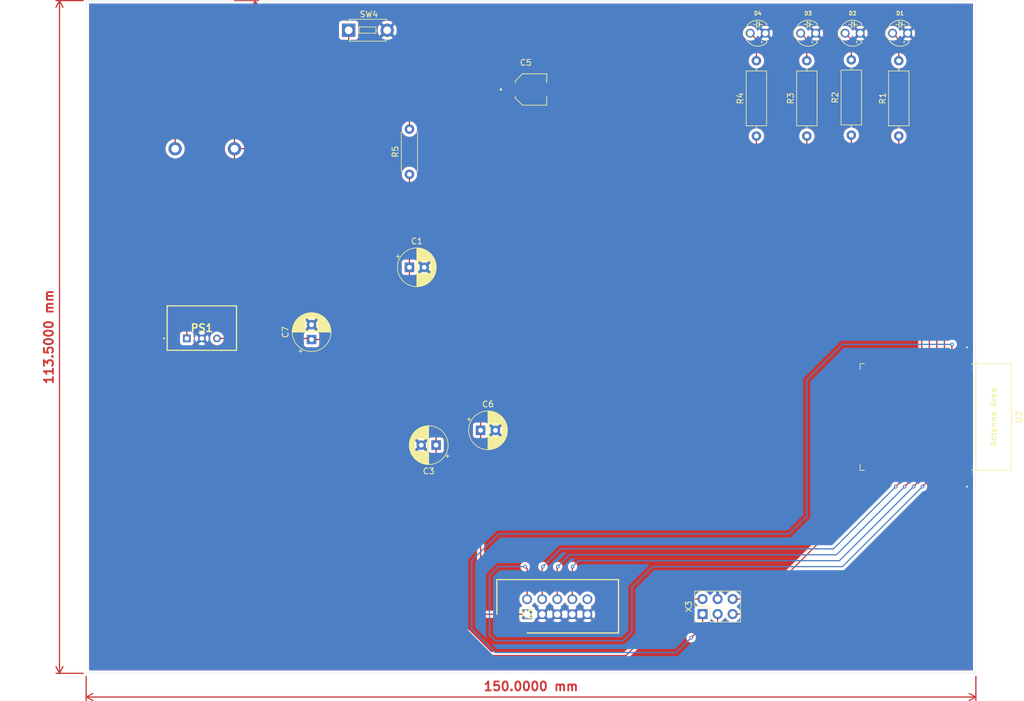
<source format=kicad_pcb>
(kicad_pcb (version 20240108) (generator "pcbnew") (generator_version "8.0")
  (layers (0 "F.Cu" signal) (31 "B.Cu" signal) (34 "B.Paste" user) (35 "F.Paste" user) (36 "B.SilkS" user "B.Silkscreen") (37 "F.SilkS" user "F.Silkscreen") (38 "B.Mask" user) (39 "F.Mask" user) (44 "Edge.Cuts" user))
  (net 0 "")
  (net 1 "GND")
  (net 2 "+3.3V")
  (net 3 "+12V")
  (net 4 "MTDI")
  (net 5 "MTCK")
  (net 6 "MTDO")
  (net 7 "NC")
  (net 8 "Net-(U2-GPIO4{slash}TOUCH4{slash}ADC1_CH3)")
  (net 9 "Net-(D5-A)")
  (net 10 "Net-(D6-A)")
  (net 11 "Net-(U2-GPIO5{slash}TOUCH5{slash}ADC1_CH4)")
  (net 12 "Net-(U2-GPIO6{slash}TOUCH6{slash}ADC1_CH5)")
  (net 13 "Net-(D7-A)")
  (net 14 "Net-(U2-GPIO7{slash}TOUCH7{slash}ADC1_CH6)")
  (net 15 "Net-(D8-A)")
  (net 16 "Net-(U2-GPIO0{slash}BOOT)")
  (net 22 "Net-(U2-U0TXD{slash}GPIO43{slash}CLK_OUT1)")
  (net 24 "Net-(U2-MTMS{slash}GPIO42)")
  (net 28 "Net-(U2-U0RXD{slash}GPIO44{slash}CLK_OUT2)")
  (net 45 "/EN")
  (footprint "CUSTOM_Footprint:WUE_CONNECTOR_SHDR10W64P254_2X5_2036X885X925P" (layer "F.Cu") (at 124.34 134.04)
    (property "Reference" "X2" (at 0 0 0) (layer "F.SilkS") (effects (font (size 1.27 1.27) (thickness 0.254))))
    (property "Value" "JTAG" (hide yes))
    (pad "1" thru_hole rect (at 0 0) (size 1.65 1.65) (drill 1.1) (layers "*.Cu" "*.Mask") (net 2 "+3.3V"))
    (pad "2" thru_hole circle (at 0 -2.54) (size 1.65 1.65) (drill 1.1) (layers "*.Cu" "*.Mask") (net 24 "Net-(U2-MTMS{slash}GPIO42)"))
    (pad "3" thru_hole circle (at 2.54 0) (size 1.65 1.65) (drill 1.1) (layers "*.Cu" "*.Mask") (net 1 "GND"))
    (pad "4" thru_hole circle (at 2.54 -2.54) (size 1.65 1.65) (drill 1.1) (layers "*.Cu" "*.Mask") (net 5 "MTCK"))
    (pad "5" thru_hole circle (at 5.08 0) (size 1.65 1.65) (drill 1.1) (layers "*.Cu" "*.Mask") (net 1 "GND"))
    (pad "6" thru_hole circle (at 5.08 -2.54) (size 1.65 1.65) (drill 1.1) (layers "*.Cu" "*.Mask") (net 6 "MTDO"))
    (pad "7" thru_hole circle (at 7.62 0) (size 1.65 1.65) (drill 1.1) (layers "*.Cu" "*.Mask") (net 1 "GND"))
    (pad "8" thru_hole circle (at 7.62 -2.54) (size 1.65 1.65) (drill 1.1) (layers "*.Cu" "*.Mask") (net 4 "MTDI"))
    (pad "9" thru_hole circle (at 10.16 0) (size 1.65 1.65) (drill 1.1) (layers "*.Cu" "*.Mask") (net 1 "GND"))
    (pad "10" thru_hole circle (at 10.16 -2.54) (size 1.65 1.65) (drill 1.1) (layers "*.Cu" "*.Mask") (net 7 "NC"))
  )
  (footprint "Resistor_THT:R_Axial_DIN0207_L6.3mm_D2.5mm_P7.62mm_Horizontal" (layer "F.Cu") (at 104.5 59.81 90)
    (property "Reference" "R5" (at 3.81 -2.37 -90) (layer "F.SilkS"))
    (property "Value" "22k")
    (pad "1" thru_hole circle (at 0 0 90) (size 1.6 1.6) (drill 0.8) (layers "*.Cu" "*.Mask") (net 2 "+3.3V"))
    (pad "2" thru_hole oval (at 7.62 0 90) (size 1.6 1.6) (drill 0.8) (layers "*.Cu" "*.Mask") (net 2 "+3.3V"))
  )
  (footprint "CUSTOM_Footprint:LED-RED-3MM-ROUND" (layer "F.Cu") (at 179.23 36)
    (property "Reference" "D2" (at -0.008 -3.3464 0) (layer "F.SilkS") (effects (font (size 0.64 0.64))))
    (property "Value" "LED")
    (fp_text user "C" (at 0.7 1.5 0) (layer "F.SilkS") (effects (font (size 0.32 0.32))))
    (pad "1" thru_hole circle (at 1.27 0) (size 1.508 1.508) (drill 1) (layers "*.Cu" "*.Mask") (net 1 "GND"))
    (pad "2" thru_hole circle (at -1.27 0) (size 1.508 1.508) (drill 1) (layers "*.Cu" "*.Mask") (net 10 "Net-(D6-A)"))
  )
  (footprint "Resistor_THT:R_Axial_DIN0309_L9.0mm_D3.2mm_P12.70mm_Horizontal" (layer "F.Cu") (at 187 53.35 90)
    (property "Reference" "R1" (at 6.35 -2.72 -90) (layer "F.SilkS"))
    (property "Value" "220")
    (pad "1" thru_hole circle (at 0 0 90) (size 1.6 1.6) (drill 0.8) (layers "*.Cu" "*.Mask") (net 8 "Net-(U2-GPIO4{slash}TOUCH4{slash}ADC1_CH3)"))
    (pad "2" thru_hole oval (at 12.7 0 90) (size 1.6 1.6) (drill 0.8) (layers "*.Cu" "*.Mask") (net 2 "+3.3V"))
  )
  (footprint "Resistor_THT:R_Axial_DIN0309_L9.0mm_D3.2mm_P12.70mm_Horizontal" (layer "F.Cu") (at 163 53.35 90)
    (property "Reference" "R4" (at 6.35 -2.72 -90) (layer "F.SilkS"))
    (property "Value" "220")
    (pad "1" thru_hole circle (at 0 0 90) (size 1.6 1.6) (drill 0.8) (layers "*.Cu" "*.Mask") (net 14 "Net-(U2-GPIO7{slash}TOUCH7{slash}ADC1_CH6)"))
    (pad "2" thru_hole oval (at 12.7 0 90) (size 1.6 1.6) (drill 0.8) (layers "*.Cu" "*.Mask") (net 15 "Net-(D8-A)"))
  )
  (footprint "Resistor_THT:R_Axial_DIN0309_L9.0mm_D3.2mm_P12.70mm_Horizontal" (layer "F.Cu") (at 179 53.2 90)
    (property "Reference" "R2" (at 6.35 -2.72 -90) (layer "F.SilkS"))
    (property "Value" "220")
    (pad "1" thru_hole circle (at 0 0 90) (size 1.6 1.6) (drill 0.8) (layers "*.Cu" "*.Mask") (net 11 "Net-(U2-GPIO5{slash}TOUCH5{slash}ADC1_CH4)"))
    (pad "2" thru_hole oval (at 12.7 0 90) (size 1.6 1.6) (drill 0.8) (layers "*.Cu" "*.Mask") (net 10 "Net-(D6-A)"))
  )
  (footprint "Connector_PinHeader_2.54mm:PinHeader_2x03_P2.54mm_Vertical" (layer "F.Cu") (at 153.92 134 90)
    (property "Reference" "X3" (at 1.27 -2.33 -90) (layer "F.SilkS"))
    (property "Value" "~")
    (pad "1" thru_hole rect (at 0 0 90) (size 1.7 1.7) (drill 1) (layers "*.Cu" "*.Mask") (net 45 "/EN"))
    (pad "2" thru_hole oval (at 2.54 0 90) (size 1.7 1.7) (drill 1) (layers "*.Cu" "*.Mask") (net 2 "+3.3V"))
    (pad "3" thru_hole oval (at 0 2.54 90) (size 1.7 1.7) (drill 1) (layers "*.Cu" "*.Mask") (net 22 "Net-(U2-U0TXD{slash}GPIO43{slash}CLK_OUT1)"))
    (pad "4" thru_hole oval (at 2.54 2.54 90) (size 1.7 1.7) (drill 1) (layers "*.Cu" "*.Mask") (net 1 "GND"))
    (pad "5" thru_hole oval (at 0 5.08 90) (size 1.7 1.7) (drill 1) (layers "*.Cu" "*.Mask") (net 28 "Net-(U2-U0RXD{slash}GPIO44{slash}CLK_OUT2)"))
    (pad "6" thru_hole oval (at 2.54 5.08 90) (size 1.7 1.7) (drill 1) (layers "*.Cu" "*.Mask") (net 16 "Net-(U2-GPIO0{slash}BOOT)"))
  )
  (footprint "Capacitor_THT:CP_Radial_D6.3mm_P2.50mm" (layer "F.Cu") (at 104.5 75.5)
    (property "Reference" "C1" (at 1.25 -4.4 0) (layer "F.SilkS"))
    (property "Value" "100µF")
    (pad "1" thru_hole rect (at 0 0) (size 1.6 1.6) (drill 0.8) (layers "*.Cu" "*.Mask") (net 2 "+3.3V"))
    (pad "2" thru_hole circle (at 2.5 0) (size 1.6 1.6) (drill 0.8) (layers "*.Cu" "*.Mask") (net 1 "GND"))
  )
  (footprint "Capacitor_THT:CP_Radial_D6.3mm_P2.50mm" (layer "F.Cu") (at 88 87.68238 90)
    (property "Reference" "C7" (at 1.25 -4.4 -90) (layer "F.SilkS"))
    (property "Value" "100nF")
    (pad "1" thru_hole rect (at 0 0 90) (size 1.6 1.6) (drill 0.8) (layers "*.Cu" "*.Mask") (net 2 "+3.3V"))
    (pad "2" thru_hole circle (at 2.5 0 90) (size 1.6 1.6) (drill 0.8) (layers "*.Cu" "*.Mask") (net 1 "GND"))
  )
  (footprint "CUSTOM_Footprint:LED-RED-3MM-ROUND" (layer "F.Cu") (at 187.23 36)
    (property "Reference" "D1" (at -0.008 -3.3464 0) (layer "F.SilkS") (effects (font (size 0.64 0.64))))
    (property "Value" "LED")
    (fp_text user "C" (at 0.7 1.5 0) (layer "F.SilkS") (effects (font (size 0.32 0.32))))
    (pad "1" thru_hole circle (at 1.27 0) (size 1.508 1.508) (drill 1) (layers "*.Cu" "*.Mask") (net 1 "GND"))
    (pad "2" thru_hole circle (at -1.27 0) (size 1.508 1.508) (drill 1) (layers "*.Cu" "*.Mask") (net 9 "Net-(D5-A)"))
  )
  (footprint "" (layer "F.Cu") (at 75 55.5)
    (property "Reference" "" (at 0 0 0) (layer "F.SilkS") (effects (font (size 1.27 1.27))))
    (property "Value" "")
    (pad "2" thru_hole circle (at 0 0 90) (size 2.25 2.25) (drill 1.3) (layers "*.Cu" "*.Mask") (net 3 "+12V"))
  )
  (footprint "TSR1-2433:TSR12433" (layer "F.Cu") (at 66.97 87.5)
    (property "Reference" "PS1" (at 2.53 -1.75 0) (layer "F.SilkS") (effects (font (size 1.27 1.27) (thickness 0.254))))
    (property "Value" "TSR_1-2433E" (hide yes))
    (pad "1" thru_hole rect (at 0 0) (size 1.303 1.303) (drill 0.76) (layers "*.Cu" "*.Mask") (net 3 "+12V"))
    (pad "2" thru_hole circle (at 2.54 0) (size 1.303 1.303) (drill 0.76) (layers "*.Cu" "*.Mask") (net 1 "GND"))
    (pad "3" thru_hole circle (at 5.08 0) (size 1.303 1.303) (drill 0.76) (layers "*.Cu" "*.Mask") (net 2 "+3.3V"))
  )
  (footprint "CUSTOM_Footprint:LED-RED-3MM-ROUND" (layer "F.Cu") (at 163.23 36)
    (property "Reference" "D4" (at -0.008 -3.3464 0) (layer "F.SilkS") (effects (font (size 0.64 0.64))))
    (property "Value" "LED")
    (fp_text user "C" (at 0.7 1.5 0) (layer "F.SilkS") (effects (font (size 0.32 0.32))))
    (pad "1" thru_hole circle (at 1.27 0) (size 1.508 1.508) (drill 1) (layers "*.Cu" "*.Mask") (net 1 "GND"))
    (pad "2" thru_hole circle (at -1.27 0) (size 1.508 1.508) (drill 1) (layers "*.Cu" "*.Mask") (net 15 "Net-(D8-A)"))
  )
  (footprint "CUSTOM_Footprint:LED-RED-3MM-ROUND" (layer "F.Cu") (at 171.73 36)
    (property "Reference" "D3" (at -0.008 -3.3464 0) (layer "F.SilkS") (effects (font (size 0.64 0.64))))
    (property "Value" "LED")
    (fp_text user "C" (at 0.7 1.5 0) (layer "F.SilkS") (effects (font (size 0.32 0.32))))
    (pad "1" thru_hole circle (at 1.27 0) (size 1.508 1.508) (drill 1) (layers "*.Cu" "*.Mask") (net 1 "GND"))
    (pad "2" thru_hole circle (at -1.27 0) (size 1.508 1.508) (drill 1) (layers "*.Cu" "*.Mask") (net 13 "Net-(D7-A)"))
  )
  (footprint "" (layer "F.Cu") (at 65 55.5)
    (property "Reference" "" (at 0 0 0) (layer "F.SilkS") (effects (font (size 1.27 1.27))))
    (property "Value" "")
    (pad "2" thru_hole circle (at 0 0 90) (size 2.25 2.25) (drill 1.3) (layers "*.Cu" "*.Mask") (net 3 "+12V"))
  )
  (footprint "Resistor_THT:R_Axial_DIN0309_L9.0mm_D3.2mm_P12.70mm_Horizontal" (layer "F.Cu") (at 171.5 53.35 90)
    (property "Reference" "R3" (at 6.35 -2.72 -90) (layer "F.SilkS"))
    (property "Value" "220")
    (pad "1" thru_hole circle (at 0 0 90) (size 1.6 1.6) (drill 0.8) (layers "*.Cu" "*.Mask") (net 12 "Net-(U2-GPIO6{slash}TOUCH6{slash}ADC1_CH5)"))
    (pad "2" thru_hole oval (at 12.7 0 90) (size 1.6 1.6) (drill 0.8) (layers "*.Cu" "*.Mask") (net 13 "Net-(D7-A)"))
  )
  (footprint "PCM_Espressif:ESP32-S3-WROOM-2" (layer "F.Cu") (at 190.24 100.75 -90)
    (property "Reference" "U2" (at 0 -17.05 90) (layer "F.SilkS"))
    (property "Value" "ESP32-S3-WROOM-2")
    (fp_text user "Antenna Area" (at 0 -12.75 90) (layer "F.SilkS"))
    (pad "1" smd rect (at -8.75 -8.26 270) (size 1.5 0.9) (layers "F.Cu" "F.Paste" "F.Mask") (net 1 "GND"))
    (pad "2" smd rect (at -8.75 -6.99 270) (size 1.5 0.9) (layers "F.Cu" "F.Paste" "F.Mask") (net 2 "+3.3V"))
    (pad "3" smd rect (at -8.75 -5.72 270) (size 1.5 0.9) (layers "F.Cu" "F.Paste" "F.Mask") (net 45 "/EN"))
    (pad "4" smd rect (at -8.75 -4.45 270) (size 1.5 0.9) (layers "F.Cu" "F.Paste" "F.Mask") (net 8 "Net-(U2-GPIO4{slash}TOUCH4{slash}ADC1_CH3)"))
    (pad "5" smd rect (at -8.75 -3.18 270) (size 1.5 0.9) (layers "F.Cu" "F.Paste" "F.Mask") (net 11 "Net-(U2-GPIO5{slash}TOUCH5{slash}ADC1_CH4)"))
    (pad "6" smd rect (at -8.75 -1.91 270) (size 1.5 0.9) (layers "F.Cu" "F.Paste" "F.Mask") (net 12 "Net-(U2-GPIO6{slash}TOUCH6{slash}ADC1_CH5)"))
    (pad "7" smd rect (at -8.75 -0.64 270) (size 1.5 0.9) (layers "F.Cu" "F.Paste" "F.Mask") (net 14 "Net-(U2-GPIO7{slash}TOUCH7{slash}ADC1_CH6)"))
    (pad "8" smd rect (at -8.75 0.63 270) (size 1.5 0.9) (layers "F.Cu" "F.Paste" "F.Mask"))
    (pad "9" smd rect (at -8.75 1.9 270) (size 1.5 0.9) (layers "F.Cu" "F.Paste" "F.Mask"))
    (pad "10" smd rect (at -8.75 3.17 270) (size 1.5 0.9) (layers "F.Cu" "F.Paste" "F.Mask"))
    (pad "11" smd rect (at -8.75 4.44 270) (size 1.5 0.9) (layers "F.Cu" "F.Paste" "F.Mask"))
    (pad "12" smd rect (at -8.75 5.71 270) (size 1.5 0.9) (layers "F.Cu" "F.Paste" "F.Mask"))
    (pad "13" smd rect (at -8.75 6.98 270) (size 1.5 0.9) (layers "F.Cu" "F.Paste" "F.Mask"))
    (pad "14" smd rect (at -8.75 8.25 270) (size 1.5 0.9) (layers "F.Cu" "F.Paste" "F.Mask"))
    (pad "15" smd rect (at -6.985 9.5) (size 1.5 0.9) (layers "F.Cu" "F.Paste" "F.Mask"))
    (pad "16" smd rect (at -5.715 9.5) (size 1.5 0.9) (layers "F.Cu" "F.Paste" "F.Mask"))
    (pad "17" smd rect (at -4.445 9.5) (size 1.5 0.9) (layers "F.Cu" "F.Paste" "F.Mask"))
    (pad "18" smd rect (at -3.175 9.5) (size 1.5 0.9) (layers "F.Cu" "F.Paste" "F.Mask"))
    (pad "19" smd rect (at -1.905 9.5) (size 1.5 0.9) (layers "F.Cu" "F.Paste" "F.Mask"))
    (pad "20" smd rect (at -0.635 9.5) (size 1.5 0.9) (layers "F.Cu" "F.Paste" "F.Mask"))
    (pad "21" smd rect (at 0.635 9.5) (size 1.5 0.9) (layers "F.Cu" "F.Paste" "F.Mask"))
    (pad "22" smd rect (at 1.905 9.5) (size 1.5 0.9) (layers "F.Cu" "F.Paste" "F.Mask"))
    (pad "23" smd rect (at 3.175 9.5) (size 1.5 0.9) (layers "F.Cu" "F.Paste" "F.Mask"))
    (pad "24" smd rect (at 4.445 9.5) (size 1.5 0.9) (layers "F.Cu" "F.Paste" "F.Mask"))
    (pad "25" smd rect (at 5.715 9.5) (size 1.5 0.9) (layers "F.Cu" "F.Paste" "F.Mask"))
    (pad "26" smd rect (at 6.985 9.5) (size 1.5 0.9) (layers "F.Cu" "F.Paste" "F.Mask"))
    (pad "27" smd rect (at 8.75 8.25 90) (size 1.5 0.9) (layers "F.Cu" "F.Paste" "F.Mask") (net 16 "Net-(U2-GPIO0{slash}BOOT)"))
    (pad "28" smd rect (at 8.75 6.98 90) (size 1.5 0.9) (layers "F.Cu" "F.Paste" "F.Mask"))
    (pad "29" smd rect (at 8.75 5.71 90) (size 1.5 0.9) (layers "F.Cu" "F.Paste" "F.Mask"))
    (pad "30" smd rect (at 8.75 4.44 90) (size 1.5 0.9) (layers "F.Cu" "F.Paste" "F.Mask"))
    (pad "31" smd rect (at 8.75 3.17 90) (size 1.5 0.9) (layers "F.Cu" "F.Paste" "F.Mask"))
    (pad "32" smd rect (at 8.75 1.9 90) (size 1.5 0.9) (layers "F.Cu" "F.Paste" "F.Mask") (net 5 "MTCK"))
    (pad "33" smd rect (at 8.75 0.63 90) (size 1.5 0.9) (layers "F.Cu" "F.Paste" "F.Mask") (net 6 "MTDO"))
    (pad "34" smd rect (at 8.75 -0.64 90) (size 1.5 0.9) (layers "F.Cu" "F.Paste" "F.Mask") (net 4 "MTDI"))
    (pad "35" smd rect (at 8.75 -1.91 90) (size 1.5 0.9) (layers "F.Cu" "F.Paste" "F.Mask") (net 24 "Net-(U2-MTMS{slash}GPIO42)"))
    (pad "36" smd rect (at 8.75 -3.18 90) (size 1.5 0.9) (layers "F.Cu" "F.Paste" "F.Mask") (net 28 "Net-(U2-U0RXD{slash}GPIO44{slash}CLK_OUT2)"))
    (pad "37" smd rect (at 8.75 -4.45 90) (size 1.5 0.9) (layers "F.Cu" "F.Paste" "F.Mask") (net 22 "Net-(U2-U0TXD{slash}GPIO43{slash}CLK_OUT1)"))
    (pad "38" smd rect (at 8.75 -5.72 90) (size 1.5 0.9) (layers "F.Cu" "F.Paste" "F.Mask"))
    (pad "39" smd rect (at 8.75 -6.99 90) (size 1.5 0.9) (layers "F.Cu" "F.Paste" "F.Mask"))
    (pad "40" smd rect (at 8.75 -8.26 90) (size 1.5 0.9) (layers "F.Cu" "F.Paste" "F.Mask") (net 1 "GND"))
    (pad "41" smd rect (at -2.86 -4.41 90) (size 1 1) (layers "F.Cu" "F.Paste" "F.Mask") (net 1 "GND"))
    (pad "41" smd rect (at -2.86 -2.91 90) (size 1 1) (layers "F.Cu" "F.Paste" "F.Mask") (net 1 "GND"))
    (pad "41" smd rect (at -2.86 -2.91 90) (size 1 1) (layers "F.Cu" "F.Paste" "F.Mask") (net 1 "GND"))
    (pad "41" smd rect (at -2.86 -1.41 90) (size 1 1) (layers "F.Cu" "F.Paste" "F.Mask") (net 1 "GND"))
    (pad "41" smd rect (at -1.36 -4.41 90) (size 1 1) (layers "F.Cu" "F.Paste" "F.Mask") (net 1 "GND"))
    (pad "41" smd rect (at -1.36 -4.41 90) (size 1 1) (layers "F.Cu" "F.Paste" "F.Mask") (net 1 "GND"))
    (pad "41" smd rect (at -1.36 -2.91 90) (size 1 1) (layers "F.Cu" "F.Paste" "F.Mask") (net 1 "GND"))
    (pad "41" smd rect (at -1.36 -1.41 90) (size 1 1) (layers "F.Cu" "F.Paste" "F.Mask") (net 1 "GND"))
    (pad "41" smd rect (at 0.14 -4.41 90) (size 1 1) (layers "F.Cu" "F.Paste" "F.Mask") (net 1 "GND"))
    (pad "41" smd rect (at 0.14 -2.91 90) (size 1 1) (layers "F.Cu" "F.Paste" "F.Mask") (net 1 "GND"))
    (pad "41" smd rect (at 0.14 -1.41 90) (size 1 1) (layers "F.Cu" "F.Paste" "F.Mask") (net 1 "GND"))
    (zone (net 0) (net_name "") (layers "*.Cu") (name "antenna keepout") (connect_pads (clearance 0)) (min_thickness 0.254)
      (keepout (tracks not_allowed) (vias not_allowed) (pads not_allowed) (copperpour not_allowed) (footprints not_allowed))
      (fill (thermal_gap 0.508) (thermal_bridge_width 0.508))
      (polygon (pts (xy 199.99 109.75) (xy 199.99 91.75) (xy 205.99 91.75) (xy 205.99 109.75)))
    )
  )
  (footprint "Capacitor_THT:CP_Radial_D6.3mm_P2.50mm" (layer "F.Cu") (at 109 105.5 180)
    (property "Reference" "C3" (at 1.25 -4.4 180) (layer "F.SilkS"))
    (property "Value" "100nF")
    (pad "1" thru_hole rect (at 0 0 180) (size 1.6 1.6) (drill 0.8) (layers "*.Cu" "*.Mask") (net 2 "+3.3V"))
    (pad "2" thru_hole circle (at 2.5 0 180) (size 1.6 1.6) (drill 0.8) (layers "*.Cu" "*.Mask") (net 1 "GND"))
  )
  (footprint "Button_Switch_THT:SW_PUSH_1P1T_6x3.5mm_H4.3_APEM_MJTP1243" (layer "F.Cu") (at 94.25 35.5)
    (property "Reference" "SW4" (at 3.42 -2.7 0) (layer "F.SilkS"))
    (property "Value" "RESET_BUTTON")
    (pad "1" thru_hole rect (at 0 0 90) (size 2.25 2.25) (drill 1.3) (layers "*.Cu" "*.Mask") (net 2 "+3.3V"))
    (pad "2" thru_hole circle (at 6.5 0 90) (size 2.25 2.25) (drill 1.3) (layers "*.Cu" "*.Mask") (net 1 "GND"))
  )
  (footprint "CUSTOM_Footprint:CAPAE530X565N" (layer "F.Cu") (at 125 45.5)
    (property "Reference" "C5" (at -0.88 -4.535 0) (layer "F.SilkS"))
    (property "Value" "0.47µF")
    (pad "N" smd roundrect (at 2.275 0) (size 3.06 1.58) (layers "F.Cu" "F.Paste" "F.Mask") (roundrect_rratio 0.2) (net 1 "GND"))
    (pad "P" smd roundrect (at -2.275 0) (size 3.06 1.58) (layers "F.Cu" "F.Paste" "F.Mask") (roundrect_rratio 0.2) (net 2 "+3.3V"))
  )
  (footprint "Capacitor_THT:CP_Radial_D6.3mm_P2.50mm" (layer "F.Cu") (at 116.5 103)
    (property "Reference" "C6" (at 1.25 -4.4 0) (layer "F.SilkS"))
    (property "Value" "100nF")
    (pad "1" thru_hole rect (at 0 0) (size 1.6 1.6) (drill 0.8) (layers "*.Cu" "*.Mask") (net 2 "+3.3V"))
    (pad "2" thru_hole circle (at 2.5 0) (size 1.6 1.6) (drill 0.8) (layers "*.Cu" "*.Mask") (net 1 "GND"))
  )
  (gr_line (start 50 30.5) (end 50 144) (stroke (width 0.05)) (layer "Edge.Cuts"))
  (gr_line (start 200 144) (end 200 30.5) (stroke (width 0.05)) (layer "Edge.Cuts"))
  (gr_line (start 50 144) (end 200 144) (stroke (width 0.05)) (layer "Edge.Cuts"))
  (gr_line (start 200 30.5) (end 50 30.5) (stroke (width 0.05)) (layer "Edge.Cuts"))
  (dimension (type aligned) (layer "F.Cu") (pts (xy 65 55.5) (xy 75 55.5)) (height -3) (gr_text "10,0000 mm" (at 70 50.7 0) (layer "F.Cu") (effects (font (size 1.5 1.5) (thickness 0.3)))) (format (prefix "") (suffix "") (units 3) (units_format 1) (precision 4)) (style (thickness 0.2) (arrow_length 1.27) (text_position_mode 0) (extension_height 0.58642) (extension_offset 0.5) keep_text_aligned))
  (dimension (type aligned) (layer "F.Cu") (pts (xy 200 144) (xy 50 144)) (height -4) (gr_text "150,0000 mm" (at 125 146.2 0) (layer "F.Cu") (effects (font (size 1.5 1.5) (thickness 0.3)))) (format (prefix "") (suffix "") (units 3) (units_format 1) (precision 4)) (style (thickness 0.2) (arrow_length 1.27) (text_position_mode 0) (extension_height 0.58642) (extension_offset 0.5) keep_text_aligned))
  (dimension (type aligned) (layer "F.Cu") (pts (xy 74.5 55.5) (xy 74.5 30.5)) (height 4) (gr_text "25,0000 mm" (at 80 43 90) (layer "F.Cu") (effects (font (size 1.5 1.5) (thickness 0.3)))) (format (prefix "") (suffix "") (units 3) (units_format 1) (precision 4)) (style (thickness 0.2) (arrow_length 1.27) (text_position_mode 2) (extension_height 0.58642) (extension_offset 0.5) keep_text_aligned))
  (dimension (type aligned) (layer "F.Cu") (pts (xy 50 30.5) (xy 50 144)) (height 4.499999) (gr_text "113,5000 mm" (at 43.700001 87.25 90) (layer "F.Cu") (effects (font (size 1.5 1.5) (thickness 0.3)))) (format (prefix "") (suffix "") (units 3) (units_format 1) (precision 4)) (style (thickness 0.2) (arrow_length 1.27) (text_position_mode 0) (extension_height 0.58642) (extension_offset 0.5) keep_text_aligned))
  (segment (start 198.5 91.5) (end 198.5 89) (width 0.2) (layer "F.Cu") (net 1))
  (segment (start 198.5 112.5) (end 198.5 109.5) (width 0.2) (layer "F.Cu") (net 1))
  (segment (start 173 36) (end 173.5 36) (width 0.2) (layer "F.Cu") (net 1))
  (via (at 198.5 89) (size 0.6) (drill 0.3) (layers "F.Cu" "B.Cu") (net 1))
  (via (at 198.5 112.5) (size 0.6) (drill 0.3) (layers "F.Cu" "B.Cu") (net 1))
  (segment (start 87.81762 87.5) (end 88 87.68238) (width 0.2) (layer "F.Cu") (net 2))
  (segment (start 90.5 87.5) (end 104.5 87.5) (width 0.2) (layer "F.Cu") (net 2))
  (segment (start 124.34 134.04) (end 116.54 134.04) (width 0.2) (layer "F.Cu") (net 2))
  (segment (start 94.25 41.75) (end 94.25 35.5) (width 0.2) (layer "F.Cu") (net 2))
  (segment (start 150.54 131.46) (end 141 141) (width 0.2) (layer "F.Cu") (net 2))
  (segment (start 187 37.04) (end 185.96 36) (width 0.2) (layer "F.Cu") (net 2))
  (segment (start 196 31.5) (end 197.23 32.73) (width 0.2) (layer "F.Cu") (net 2))
  (segment (start 104.5 45.5) (end 122.725 45.5) (width 0.2) (layer "F.Cu") (net 2))
  (segment (start 90.31762 87.68238) (end 90.5 87.5) (width 0.2) (layer "F.Cu") (net 2))
  (segment (start 197.23 32.73) (end 197.23 91.5) (width 0.2) (layer "F.Cu") (net 2))
  (segment (start 104.5 52.19) (end 104.5 45.5) (width 0.2) (layer "F.Cu") (net 2))
  (segment (start 118 141) (end 109 132) (width 0.2) (layer "F.Cu") (net 2))
  (segment (start 104.5 45.5) (end 98 45.5) (width 0.2) (layer "F.Cu") (net 2))
  (segment (start 109 87.5) (end 116.5 87.5) (width 0.2) (layer "F.Cu") (net 2))
  (segment (start 116.5 87.5) (end 150 87.5) (width 0.2) (layer "F.Cu") (net 2))
  (segment (start 109 132) (end 109 105.5) (width 0.2) (layer "F.Cu") (net 2))
  (segment (start 104.5 75.5) (end 104.5 59.81) (width 0.2) (layer "F.Cu") (net 2))
  (segment (start 72.05 87.5) (end 87.81762 87.5) (width 0.2) (layer "F.Cu") (net 2))
  (segment (start 150 31.5) (end 196 31.5) (width 0.2) (layer "F.Cu") (net 2))
  (segment (start 187 40.65) (end 187 37.04) (width 0.2) (layer "F.Cu") (net 2))
  (segment (start 116.5 134) (end 116.5 103) (width 0.2) (layer "F.Cu") (net 2))
  (segment (start 153.92 131.46) (end 150.54 131.46) (width 0.2) (layer "F.Cu") (net 2))
  (segment (start 116.5 103) (end 116.5 87.5) (width 0.2) (layer "F.Cu") (net 2))
  (segment (start 98 45.5) (end 94.25 41.75) (width 0.2) (layer "F.Cu") (net 2))
  (segment (start 109 105.5) (end 109 87.5) (width 0.2) (layer "F.Cu") (net 2))
  (segment (start 141 141) (end 118 141) (width 0.2) (layer "F.Cu") (net 2))
  (segment (start 88 87.68238) (end 90.31762 87.68238) (width 0.2) (layer "F.Cu") (net 2))
  (segment (start 116.54 134.04) (end 116.5 134) (width 0.2) (layer "F.Cu") (net 2))
  (segment (start 150 87.5) (end 150 31.5) (width 0.2) (layer "F.Cu") (net 2))
  (segment (start 104.5 87.5) (end 109 87.5) (width 0.2) (layer "F.Cu") (net 2))
  (segment (start 104.5 87.5) (end 104.5 75.5) (width 0.2) (layer "F.Cu") (net 2))
  (segment (start 75 55.5) (end 75 70) (width 0.2) (layer "F.Cu") (net 3))
  (segment (start 66.97 78.03) (end 66.97 87.5) (width 0.2) (layer "F.Cu") (net 3))
  (segment (start 75 70) (end 66.97 78.03) (width 0.2) (layer "F.Cu") (net 3))
  (segment (start 131.96 126.04) (end 132 126) (width 0.2) (layer "F.Cu") (net 4))
  (segment (start 190.88 111.12) (end 190.88 109.5) (width 0.2) (layer "F.Cu") (net 4))
  (segment (start 190.88 111.12) (end 189.5 112.5) (width 0.2) (layer "F.Cu") (net 4))
  (segment (start 131.96 131.5) (end 131.96 126.04) (width 0.2) (layer "F.Cu") (net 4))
  (via (at 132 126) (size 0.6) (drill 0.3) (layers "F.Cu" "B.Cu") (net 4))
  (via (at 189.5 112.5) (size 0.6) (drill 0.3) (layers "F.Cu" "B.Cu") (net 4))
  (segment (start 132 126) (end 133 125) (width 0.2) (layer "B.Cu") (net 4))
  (segment (start 133 125) (end 177 125) (width 0.2) (layer "B.Cu") (net 4))
  (segment (start 177 125) (end 189.5 112.5) (width 0.2) (layer "B.Cu") (net 4))
  (segment (start 126.88 131.5) (end 126.88 126.12) (width 0.2) (layer "F.Cu") (net 5))
  (segment (start 126.88 126.12) (end 127 126) (width 0.2) (layer "F.Cu") (net 5))
  (segment (start 188.34 110.66) (end 186.5 112.5) (width 0.2) (layer "F.Cu") (net 5))
  (segment (start 188.34 110.66) (end 188.34 109.5) (width 0.2) (layer "F.Cu") (net 5))
  (via (at 186.5 112.5) (size 0.6) (drill 0.3) (layers "F.Cu" "B.Cu") (net 5))
  (via (at 127 126) (size 0.6) (drill 0.3) (layers "F.Cu" "B.Cu") (net 5))
  (segment (start 127 126) (end 130 123) (width 0.2) (layer "B.Cu") (net 5))
  (segment (start 176 123) (end 186.5 112.5) (width 0.2) (layer "B.Cu") (net 5))
  (segment (start 130 123) (end 176 123) (width 0.2) (layer "B.Cu") (net 5))
  (segment (start 189.61 110.89) (end 188 112.5) (width 0.2) (layer "F.Cu") (net 6))
  (segment (start 189.61 110.89) (end 189.61 109.5) (width 0.2) (layer "F.Cu") (net 6))
  (segment (start 129.42 131.5) (end 129.42 126.08) (width 0.2) (layer "F.Cu") (net 6))
  (segment (start 129.42 126.08) (end 129.5 126) (width 0.2) (layer "F.Cu") (net 6))
  (via (at 129.5 126) (size 0.6) (drill 0.3) (layers "F.Cu" "B.Cu") (net 6))
  (via (at 188 112.5) (size 0.6) (drill 0.3) (layers "F.Cu" "B.Cu") (net 6))
  (segment (start 129.5 126) (end 131.5 124) (width 0.2) (layer "B.Cu") (net 6))
  (segment (start 131.5 124) (end 176.5 124) (width 0.2) (layer "B.Cu") (net 6))
  (segment (start 176.5 124) (end 188 112.5) (width 0.2) (layer "B.Cu") (net 6))
  (segment (start 194.69 86.19) (end 187 78.5) (width 0.2) (layer "F.Cu") (net 8))
  (segment (start 194.69 92) (end 194.69 86.19) (width 0.2) (layer "F.Cu") (net 8))
  (segment (start 187 78.5) (end 187 53.35) (width 0.2) (layer "F.Cu") (net 8))
  (segment (start 179 37.04) (end 177.96 36) (width 0.2) (layer "F.Cu") (net 10))
  (segment (start 179 40.5) (end 179 37.04) (width 0.2) (layer "F.Cu") (net 10))
  (segment (start 193.42 86.42) (end 179 72) (width 0.2) (layer "F.Cu") (net 11))
  (segment (start 179 72) (end 179 53.2) (width 0.2) (layer "F.Cu") (net 11))
  (segment (start 193.42 92) (end 193.42 86.42) (width 0.2) (layer "F.Cu") (net 11))
  (segment (start 192.15 92) (end 192.15 86.65) (width 0.2) (layer "F.Cu") (net 12))
  (segment (start 192.15 86.65) (end 171.5 66) (width 0.2) (layer "F.Cu") (net 12))
  (segment (start 171.5 66) (end 171.5 53.35) (width 0.2) (layer "F.Cu") (net 12))
  (segment (start 171.5 37.04) (end 170.46 36) (width 0.2) (layer "F.Cu") (net 13))
  (segment (start 171.5 40.65) (end 171.5 37.04) (width 0.2) (layer "F.Cu") (net 13))
  (segment (start 190.88 86.88) (end 163 59) (width 0.2) (layer "F.Cu") (net 14))
  (segment (start 190.88 92) (end 190.88 86.88) (width 0.2) (layer "F.Cu") (net 14))
  (segment (start 163 57.5) (end 163 53.35) (width 0.2) (layer "F.Cu") (net 14))
  (segment (start 163 59) (end 163 57.5) (width 0.2) (layer "F.Cu") (net 14))
  (segment (start 163 37.04) (end 161.96 36) (width 0.2) (layer "F.Cu") (net 15))
  (segment (start 163 40.65) (end 163 37.04) (width 0.2) (layer "F.Cu") (net 15))
  (segment (start 181.99 112.99) (end 181.99 109.5) (width 0.2) (layer "F.Cu") (net 16))
  (segment (start 182 113.5) (end 182 113) (width 0.2) (layer "F.Cu") (net 16))
  (segment (start 163.46 131.46) (end 159 131.46) (width 0.2) (layer "F.Cu") (net 16))
  (segment (start 182 113.5) (end 164 131.5) (width 0.2) (layer "F.Cu") (net 16))
  (segment (start 163.5 131.5) (end 163.46 131.46) (width 0.2) (layer "F.Cu") (net 16))
  (segment (start 182 113) (end 181.99 112.99) (width 0.2) (layer "F.Cu") (net 16))
  (segment (start 164 131.5) (end 163.5 131.5) (width 0.2) (layer "F.Cu") (net 16))
  (segment (start 171.5 136.5) (end 156.5 136.5) (width 0.2) (layer "F.Cu") (net 22))
  (segment (start 156.46 134.04) (end 156.46 136.46) (width 0.2) (layer "F.Cu") (net 22))
  (segment (start 194.69 113.31) (end 171.5 136.5) (width 0.2) (layer "F.Cu") (net 22))
  (segment (start 156.5 136.5) (end 156.46 136.46) (width 0.2) (layer "F.Cu") (net 22))
  (segment (start 194.69 113.31) (end 194.69 109.5) (width 0.2) (layer "F.Cu") (net 22))
  (segment (start 192.15 111.35) (end 191 112.5) (width 0.2) (layer "F.Cu") (net 24))
  (segment (start 124.34 131.5) (end 124.34 126.34) (width 0.2) (layer "F.Cu") (net 24))
  (segment (start 124.34 126.34) (end 124 126) (width 0.2) (layer "F.Cu") (net 24))
  (segment (start 192.15 111.35) (end 192.15 109.5) (width 0.2) (layer "F.Cu") (net 24))
  (via (at 191 112.5) (size 0.6) (drill 0.3) (layers "F.Cu" "B.Cu") (net 24))
  (via (at 124 126) (size 0.6) (drill 0.3) (layers "F.Cu" "B.Cu") (net 24))
  (segment (start 142 137) (end 142 129.5) (width 0.2) (layer "B.Cu") (net 24))
  (segment (start 145.5 126) (end 177.5 126) (width 0.2) (layer "B.Cu") (net 24))
  (segment (start 142 129.5) (end 145.5 126) (width 0.2) (layer "B.Cu") (net 24))
  (segment (start 119 138.5) (end 140.5 138.5) (width 0.2) (layer "B.Cu") (net 24))
  (segment (start 124 126) (end 119.5 126) (width 0.2) (layer "B.Cu") (net 24))
  (segment (start 118 137.5) (end 119 138.5) (width 0.2) (layer "B.Cu") (net 24))
  (segment (start 177.5 126) (end 191 112.5) (width 0.2) (layer "B.Cu") (net 24))
  (segment (start 118 127.5) (end 118 137.5) (width 0.2) (layer "B.Cu") (net 24))
  (segment (start 119.5 126) (end 118 127.5) (width 0.2) (layer "B.Cu") (net 24))
  (segment (start 140.5 138.5) (end 142 137) (width 0.2) (layer "B.Cu") (net 24))
  (segment (start 193.42 113.08) (end 193.42 109.5) (width 0.2) (layer "F.Cu") (net 28))
  (segment (start 172.5 134) (end 159 134) (width 0.2) (layer "F.Cu") (net 28))
  (segment (start 193.42 113.08) (end 172.5 134) (width 0.2) (layer "F.Cu") (net 28))
  (segment (start 153.92 136.08) (end 152 138) (width 0.2) (layer "F.Cu") (net 45))
  (segment (start 153.92 136.08) (end 153.92 134) (width 0.2) (layer "F.Cu") (net 45))
  (segment (start 196 88.5) (end 195.96 88.54) (width 0.2) (layer "F.Cu") (net 45))
  (segment (start 195.96 88.54) (end 195.96 92) (width 0.2) (layer "F.Cu") (net 45))
  (via (at 196 88.5) (size 0.6) (drill 0.3) (layers "F.Cu" "B.Cu") (net 45))
  (via (at 152 138) (size 0.6) (drill 0.3) (layers "F.Cu" "B.Cu") (net 45))
  (segment (start 177.5 88.5) (end 196 88.5) (width 0.2) (layer "B.Cu") (net 45))
  (segment (start 168.5 120.5) (end 171.5 117.5) (width 0.2) (layer "B.Cu") (net 45))
  (segment (start 115 125) (end 119.5 120.5) (width 0.2) (layer "B.Cu") (net 45))
  (segment (start 115 136.5) (end 115 125) (width 0.2) (layer "B.Cu") (net 45))
  (segment (start 119.5 120.5) (end 168.5 120.5) (width 0.2) (layer "B.Cu") (net 45))
  (segment (start 171.5 117.5) (end 171.5 94.5) (width 0.2) (layer "B.Cu") (net 45))
  (segment (start 119 140.5) (end 115 136.5) (width 0.2) (layer "B.Cu") (net 45))
  (segment (start 171.5 94.5) (end 177.5 88.5) (width 0.2) (layer "B.Cu") (net 45))
  (segment (start 152 138) (end 149.5 140.5) (width 0.2) (layer "B.Cu") (net 45))
  (segment (start 149.5 140.5) (end 119 140.5) (width 0.2) (layer "B.Cu") (net 45))
  (zone (net 1) (net_name "GND") (layer "F.Cu") (priority 1) (connect_pads (clearance 0.5)) (min_thickness 0.25) (fill yes (thermal_gap 0.5) (thermal_bridge_width 0.5))
    (polygon (pts (xy 50.5 31) (xy 199.5 31) (xy 199.5 143.5) (xy 50.5 143.5)))
  )
  (zone (net 1) (net_name "GND") (layer "B.Cu") (connect_pads (clearance 0.5)) (min_thickness 0.25) (fill yes (thermal_gap 0.5) (thermal_bridge_width 0.5))
    (polygon (pts (xy 50.5 31) (xy 199.5 31) (xy 199.5 143.5) (xy 50.5 143.5)))
  )
)
</source>
